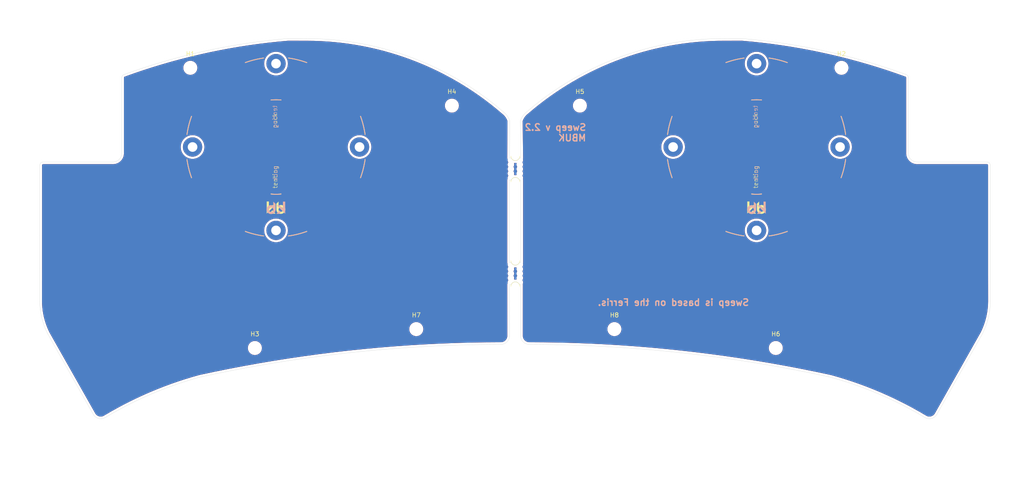
<source format=kicad_pcb>
(kicad_pcb (version 20211014) (generator pcbnew)
  (layers (0 "F.Cu" signal) (31 "B.Cu" signal) (34 "B.Paste" user) (35 "F.Paste" user) (36 "B.SilkS" user "B.Silkscreen") (37 "F.SilkS" user "F.Silkscreen") (38 "B.Mask" user) (39 "F.Mask" user) (44 "Edge.Cuts" user))
  (net 0 "")
  (footprint "Duckyb-Parts:mouse-bite-5mm-slot-with-space-for-track" (layer "F.Cu") (at 130.302 51.308)
    (fp_text reference "mouse-bite-2mm-slot" hide)
    (fp_text value "VAL**" hide)
    (fp_arc (start 1 -2.921) (mid 0 -1.921) (end -1 -2.921) (layer "F.SilkS") (width 0.1))
    (fp_arc (start -1 2.921) (mid 0 1.921) (end 1 2.921) (layer "F.SilkS") (width 0.1))
    (pad "" np_thru_hole circle locked (at -1.016 2.032) (size 0.5 0.5) (drill 0.5) (layers *.Cu *.Mask))
    (pad "" np_thru_hole circle locked (at -1.016 -1.016) (size 0.5 0.5) (drill 0.5) (layers *.Cu *.Mask))
    (pad "" np_thru_hole circle locked (at -1.016 0) (size 0.5 0.5) (drill 0.5) (layers *.Cu *.Mask))
    (pad "" np_thru_hole circle locked (at 1.016 -1.016) (size 0.5 0.5) (drill 0.5) (layers *.Cu *.Mask))
    (pad "" np_thru_hole circle locked (at 1.016 0) (size 0.5 0.5) (drill 0.5) (layers *.Cu *.Mask))
    (pad "" np_thru_hole circle locked (at -1.016 1.016) (size 0.5 0.5) (drill 0.5) (layers *.Cu *.Mask))
    (pad "" np_thru_hole circle locked (at 1.016 1.016) (size 0.5 0.5) (drill 0.5) (layers *.Cu *.Mask))
    (pad "" np_thru_hole circle locked (at 1.016 2.032) (size 0.5 0.5) (drill 0.5) (layers *.Cu *.Mask))
    (pad "" np_thru_hole circle locked (at 1.016 -2.032) (size 0.5 0.5) (drill 0.5) (layers *.Cu *.Mask))
    (pad "" np_thru_hole circle locked (at -1.016 -2.032) (size 0.5 0.5) (drill 0.5) (layers *.Cu *.Mask))
  )
  (footprint "Duckyb-Parts:mouse-bite-5mm-slot-with-space-for-track" (layer "F.Cu") (at 130.302 75.184)
    (fp_text reference "mouse-bite-2mm-slot" hide)
    (fp_text value "VAL**" hide)
    (fp_arc (start -1 2.921) (mid 0 1.921) (end 1 2.921) (layer "F.SilkS") (width 0.1))
    (fp_arc (start 1 -2.921) (mid 0 -1.921) (end -1 -2.921) (layer "F.SilkS") (width 0.1))
    (pad "" np_thru_hole circle locked (at 1.016 2.032) (size 0.5 0.5) (drill 0.5) (layers *.Cu *.Mask))
    (pad "" np_thru_hole circle locked (at 1.016 -1.016) (size 0.5 0.5) (drill 0.5) (layers *.Cu *.Mask))
    (pad "" np_thru_hole circle locked (at -1.016 -1.016) (size 0.5 0.5) (drill 0.5) (layers *.Cu *.Mask))
    (pad "" np_thru_hole circle locked (at -1.016 2.032) (size 0.5 0.5) (drill 0.5) (layers *.Cu *.Mask))
    (pad "" np_thru_hole circle locked (at -1.016 0) (size 0.5 0.5) (drill 0.5) (layers *.Cu *.Mask))
    (pad "" np_thru_hole circle locked (at 1.016 0) (size 0.5 0.5) (drill 0.5) (layers *.Cu *.Mask))
    (pad "" np_thru_hole circle locked (at 1.016 1.016) (size 0.5 0.5) (drill 0.5) (layers *.Cu *.Mask))
    (pad "" np_thru_hole circle locked (at -1.016 -2.032) (size 0.5 0.5) (drill 0.5) (layers *.Cu *.Mask))
    (pad "" np_thru_hole circle locked (at -1.016 1.016) (size 0.5 0.5) (drill 0.5) (layers *.Cu *.Mask))
    (pad "" np_thru_hole circle locked (at 1.016 -2.032) (size 0.5 0.5) (drill 0.5) (layers *.Cu *.Mask))
  )
  (footprint "kbd:Tenting_Puck2" (layer "F.Cu") (at 185.356 46.282)
    (fp_text reference "REF**")
    (fp_text value "Tenting Puck")
    (fp_text user "tenting" (at -0.254 -6.9215 90) (layer "B.SilkS") (effects (font (thickness 0.1)) (justify mirror)))
    (fp_text user "puck" (at -0.1905 6.0325 90 unlocked) (layer "B.SilkS") (effects (font (thickness 0.1)) (justify mirror)))
    (fp_text user "puck" (at -0.254 -6.0325 90) (layer "F.SilkS") (effects (font (thickness 0.1))))
    (fp_text user "tenting" (at -0.1905 6.858 90) (layer "F.SilkS") (effects (font (thickness 0.1))))
    (fp_arc (start 7.008045 19.286135) (mid 4.959785 19.91151) (end 2.8575 20.32) (layer "B.SilkS") (width 0.2))
    (fp_arc (start -1.128385 -10.735864) (mid -0.564967 -10.780206) (end 0 -10.795) (layer "B.SilkS") (width 0.2))
    (fp_arc (start -19.286135 7.008046) (mid -19.91151 4.959785) (end -20.32 2.8575) (layer "B.SilkS") (width 0.2))
    (fp_arc (start 0 -10.795) (mid 0.564967 -10.780206) (end 1.128385 -10.735864) (layer "B.SilkS") (width 0.2))
    (fp_arc (start -7.008046 -19.286135) (mid -4.959785 -19.91151) (end -2.8575 -20.32) (layer "B.SilkS") (width 0.2))
    (fp_arc (start 1.128385 10.735864) (mid 0.564967 10.780206) (end 0 10.795) (layer "B.SilkS") (width 0.2))
    (fp_arc (start 20.32 2.8575) (mid 19.91151 4.959786) (end 19.286134 7.008048) (layer "B.SilkS") (width 0.2))
    (fp_arc (start 0 10.795) (mid -0.564967 10.780206) (end -1.128385 10.735864) (layer "B.SilkS") (width 0.2))
    (fp_arc (start -20.32 -2.8575) (mid -19.91151 -4.959784) (end -19.286136 -7.008044) (layer "B.SilkS") (width 0.2))
    (fp_arc (start -2.8575 20.32) (mid -4.959785 19.91151) (end -7.008045 19.286135) (layer "B.SilkS") (width 0.2))
    (fp_arc (start 19.286134 -7.008048) (mid 19.91151 -4.959786) (end 20.32 -2.8575) (layer "B.SilkS") (width 0.2))
    (fp_arc (start 2.8575 -20.32) (mid 4.959787 -19.91151) (end 7.008049 -19.286134) (layer "B.SilkS") (width 0.2))
    (fp_poly (pts (xy -0.620536 12.983827) (xy -0.620728 13.088067) (xy -0.621217 13.184812) (xy -0.621967 13.271698) (xy -0.622943 13.34636) (xy -0.624112 13.406435) (xy -0.625439 13.449558) (xy -0.626888 13.473365) (xy -0.627796 13.477395) (xy -0.640227 13.471081) (xy -0.665073 13.454738) (xy -0.689207 13.437536) (xy -0.803904 13.366814) (xy -0.92612 13.31771) (xy -1.056503 13.290034) (xy -1.195704 13.283596) (xy -1.213516 13.284264) (xy -1.303151 13.290816) (xy -1.379634 13.302753) (xy -1.451286 13.322245) (xy -1.526424 13.351462) (xy -1.596275 13.384101) (xy -1.724208 13.459394) (xy -1.837128 13.551374) (xy -1.934022 13.658363) (xy -2.01388 13.778688) (xy -2.07569 13.910673) (xy -2.118442 14.052642) (xy -2.141123 14.202921) (xy -2.144684 14.292591) (xy -2.134393 14.445069) (xy -2.103037 14.589633) (xy -2.049892 14.728869) (xy -1.992637 14.835788) (xy -1.906925 14.956081) (xy -1.805312 15.06093) (xy -1.689979 15.149252) (xy -1.563104 15.219966) (xy -1.426868 15.271989) (xy -1.283449 15.304242) (xy -1.135028 15.315641) (xy -1.034782 15.311158) (xy -0.890174 15.286277) (xy -0.749606 15.240002) (xy -0.616433 15.174023) (xy -0.494013 15.090026) (xy -0.385701 14.9897) (xy -0.377307 14.980534) (xy -0.296176 14.876414) (xy -0.226484 14.758232) (xy -0.171318 14.632369) (xy -0.133765 14.505209) (xy -0.124896 14.458759) (xy -0.122283 14.430364) (xy -0.119938 14.380292) (xy -0.118469 14.329958) (xy -0.614807 14.329958) (xy -0.625379 14.427507) (xy -0.655811 14.521526) (xy -0.684465 14.575671) (xy -0.751399 14.663954) (xy -0.83088 14.734831) (xy -0.920312 14.787324) (xy -1.017098 14.820456) (xy -1.118639 14.83325) (xy -1.22234 14.824729) (xy -1.295167 14.805441) (xy -1.338164 14.789355) (xy -1.379069 14.771995) (xy -1.395236 14.764219) (xy -1.440522 14.733215) (xy -1.489845 14.687021) (xy -1.537902 14.631565) (xy -1.579387 14.572771) (xy -1.600875 14.534444) (xy -1.621056 14.490198) (xy -1.633701 14.45159) (xy -1.641058 14.409298) (xy -1.645376 14.353995) (xy -1.645658 14.348705) (xy -1.64229 14.24146) (xy -1.619434 14.143568) (xy -1.575782 14.050145) (xy -1.558012 14.021616) (xy -1.49347 13.943712) (xy -1.414653 13.881542) (xy -1.325017 13.836046) (xy -1.228018 13.808168) (xy -1.127114 13.798848) (xy -1.025762 13.80903) (xy -0.927416 13.839655) (xy -0.913413 13.845941) (xy -0.825461 13.89889) (xy -0.751471 13.967104) (xy -0.692428 14.04745) (xy -0.649315 14.136797) (xy -0.623113 14.23201) (xy -0.614807 14.329958) (xy -0.118469 14.329958) (xy -0.117885 14.309955) (xy -0.116146 14.220766) (xy -0.114743 14.114137) (xy -0.113699 13.991481) (xy -0.113035 13.854209) (xy -0.112774 13.703735) (xy -0.112771 13.691999) (xy -0.112684 13.000285) (xy -0.620388 12.490259) (xy -0.620536 12.983827)) (layer "B.SilkS") (width 0.01) (fill solid))
    (fp_poly (pts (xy 1.584498 14.118044) (xy 0.781552 13.315344) (xy 0.493184 13.318438) (xy 0.204816 13.321531) (xy 1.05204 14.181668) (xy 1.169965 14.301391) (xy 1.284764 14.41794) (xy 1.395218 14.53008) (xy 1.50011 14.636573) (xy 1.598222 14.736184) (xy 1.688337 14.827677) (xy 1.769236 14.909814) (xy 1.839703 14.981359) (xy 1.898519 15.041077) (xy 1.944466 15.087731) (xy 1.976327 15.120084) (xy 1.990108 15.13408) (xy 2.080952 15.226356) (xy 2.080952 12.484486) (xy 1.584498 12.484486) (xy 1.584498 14.118044)) (layer "B.SilkS") (width 0.01) (fill solid))
    (fp_poly (pts (xy 0.777718 14.524575) (xy 0.755015 14.547438) (xy 0.720536 14.582969) (xy 0.676267 14.629061) (xy 0.6242 14.683607) (xy 0.566321 14.744501) (xy 0.504622 14.809636) (xy 0.441089 14.876906) (xy 0.377714 14.944204) (xy 0.316484 15.009423) (xy 0.259388 15.070458) (xy 0.208416 15.125201) (xy 0.165556 15.171546) (xy 0.132798 15.207386) (xy 0.11213 15.230615) (xy 0.109837 15.233306) (xy 0.081536 15.266941) (xy 0.70155 15.266941) (xy 0.8749 15.090872) (xy 0.928642 15.036129) (xy 0.978925 14.984616) (xy 1.022741 14.939436) (xy 1.057087 14.90369) (xy 1.078955 14.880481) (xy 1.082132 14.876989) (xy 1.116014 14.839174) (xy 0.954979 14.67783) (xy 0.905266 14.628375) (xy 0.861042 14.58505) (xy 0.824895 14.550337) (xy 0.799413 14.526717) (xy 0.787184 14.516669) (xy 0.786653 14.516486) (xy 0.777718 14.524575)) (layer "B.SilkS") (width 0.01) (fill solid))
    (fp_arc (start 0 10.795) (mid -0.564967 10.780206) (end -1.128385 10.735864) (layer "F.SilkS") (width 0.2))
    (fp_arc (start -20.32 -2.8575) (mid -19.91151 -4.959786) (end -19.286134 -7.008048) (layer "F.SilkS") (width 0.2))
    (fp_arc (start -1.128385 -10.735864) (mid -0.564967 -10.780206) (end 0 -10.795) (layer "F.SilkS") (width 0.2))
    (fp_arc (start 20.32 2.8575) (mid 19.91151 4.959785) (end 19.286135 7.008046) (layer "F.SilkS") (width 0.2))
    (fp_arc (start -19.286134 7.008047) (mid -19.91151 4.959786) (end -20.32 2.8575) (layer "F.SilkS") (width 0.2))
    (fp_arc (start 7.008047 19.286134) (mid 4.959786 19.91151) (end 2.8575 20.32) (layer "F.SilkS") (width 0.2))
    (fp_arc (start 2.8575 -20.32) (mid 4.959786 -19.91151) (end 7.008047 -19.286134) (layer "F.SilkS") (width 0.2))
    (fp_arc (start -7.008048 -19.286134) (mid -4.959786 -19.91151) (end -2.8575 -20.32) (layer "F.SilkS") (width 0.2))
    (fp_arc (start 1.128385 10.735864) (mid 0.564967 10.780206) (end 0 10.795) (layer "F.SilkS") (width 0.2))
    (fp_arc (start 19.286135 -7.008045) (mid 19.91151 -4.959785) (end 20.32 -2.8575) (layer "F.SilkS") (width 0.2))
    (fp_arc (start 0 -10.795) (mid 0.564967 -10.780206) (end 1.128385 -10.735864) (layer "F.SilkS") (width 0.2))
    (fp_arc (start -2.8575 20.32) (mid -4.959785 19.91151) (end -7.008046 19.286135) (layer "F.SilkS") (width 0.2))
    (fp_poly (pts (xy 0.578279 12.94765) (xy 0.578471 13.05189) (xy 0.57896 13.148635) (xy 0.57971 13.235521) (xy 0.580686 13.310183) (xy 0.581855 13.370258) (xy 0.583182 13.413381) (xy 0.584631 13.437188) (xy 0.585539 13.441218) (xy 0.59797 13.434904) (xy 0.622816 13.418561) (xy 0.64695 13.401359) (xy 0.761647 13.330637) (xy 0.883863 13.281533) (xy 1.014246 13.253857) (xy 1.153447 13.247419) (xy 1.171259 13.248087) (xy 1.260894 13.254639) (xy 1.337377 13.266576) (xy 1.409029 13.286068) (xy 1.484167 13.315285) (xy 1.554018 13.347924) (xy 1.681951 13.423217) (xy 1.794871 13.515197) (xy 1.891765 13.622186) (xy 1.971623 13.742511) (xy 2.033433 13.874496) (xy 2.076185 14.016465) (xy 2.098866 14.166744) (xy 2.102427 14.256414) (xy 2.092136 14.408892) (xy 2.06078 14.553456) (xy 2.007635 14.692692) (xy 1.95038 14.799611) (xy 1.864668 14.919904) (xy 1.763055 15.024753) (xy 1.647722 15.113075) (xy 1.520847 15.183789) (xy 1.384611 15.235812) (xy 1.241192 15.268065) (xy 1.092771 15.279464) (xy 0.992525 15.274981) (xy 0.847917 15.2501) (xy 0.707349 15.203825) (xy 0.574176 15.137846) (xy 0.451756 15.053849) (xy 0.343444 14.953523) (xy 0.33505 14.944357) (xy 0.253919 14.840237) (xy 0.184227 14.722055) (xy 0.129061 14.596192) (xy 0.091508 14.469032) (xy 0.082639 14.422582) (xy 0.080026 14.394187) (xy 0.077681 14.344115) (xy 0.076212 14.293781) (xy 0.57255 14.293781) (xy 0.583122 14.39133) (xy 0.613554 14.485349) (xy 0.642208 14.539494) (xy 0.709142 14.627777) (xy 0.788623 14.698654) (xy 0.878055 14.751147) (xy 0.974841 14.784279) (xy 1.076382 14.797073) (xy 1.180083 14.788552) (xy 1.25291 14.769264) (xy 1.295907 14.753178) (xy 1.336812 14.735818) (xy 1.352979 14.728042) (xy 1.398265 14.697038) (xy 1.447588 14.650844) (xy 1.495645 14.595388) (xy 1.53713 14.536594) (xy 1.558618 14.498267) (xy 1.578799 14.454021) (xy 1.591444 14.415413) (xy 1.598801 14.373121) (xy 1.603119 14.317818) (xy 1.603401 14.312528) (xy 1.600033 14.205283) (xy 1.577177 14.107391) (xy 1.533525 14.013968) (xy 1.515755 13.985439) (xy 1.451213 13.907535) (xy 1.372396 13.845365) (xy 1.28276 13.799869) (xy 1.185761 13.771991) (xy 1.084857 13.762671) (xy 0.983505 13.772853) (xy 0.885159 13.803478) (xy 0.871156 13.809764) (xy 0.783204 13.862713) (xy 0.709214 13.930927) (xy 0.650171 14.011273) (xy 0.607058 14.10062) (xy 0.580856 14.195833) (xy 0.57255 14.293781) (xy 0.076212 14.293781) (xy 0.075628 14.273778) (xy 0.073889 14.184589) (xy 0.072486 14.07796) (xy 0.071442 13.955304) (xy 0.070778 13.818032) (xy 0.070517 13.667558) (xy 0.070514 13.655822) (xy 0.070427 12.964108) (xy 0.578131 12.454082) (xy 0.578279 12.94765)) (layer "F.SilkS") (width 0.01) (fill solid))
    (fp_poly (pts (xy -0.819975 14.488398) (xy -0.797272 14.511261) (xy -0.762793 14.546792) (xy -0.718524 14.592884) (xy -0.666457 14.64743) (xy -0.608578 14.708324) (xy -0.546879 14.773459) (xy -0.483346 14.840729) (xy -0.419971 14.908027) (xy -0.358741 14.973246) (xy -0.301645 15.034281) (xy -0.250673 15.089024) (xy -0.207813 15.135369) (xy -0.175055 15.171209) (xy -0.154387 15.194438) (xy -0.152094 15.197129) (xy -0.123793 15.230764) (xy -0.743807 15.230764) (xy -0.917157 15.054695) (xy -0.970899 14.999952) (xy -1.021182 14.948439) (xy -1.064998 14.903259) (xy -1.099344 14.867513) (xy -1.121212 14.844304) (xy -1.124389 14.840812) (xy -1.158271 14.802997) (xy -0.997236 14.641653) (xy -0.947523 14.592198) (xy -0.903299 14.548873) (xy -0.867152 14.51416) (xy -0.84167 14.49054) (xy -0.829441 14.480492) (xy -0.82891 14.480309) (xy -0.819975 14.488398)) (layer "F.SilkS") (width 0.01) (fill solid))
    (fp_poly (pts (xy -1.626755 14.081867) (xy -0.823809 13.279167) (xy -0.535441 13.282261) (xy -0.247073 13.285354) (xy -1.094297 14.145491) (xy -1.212222 14.265214) (xy -1.327021 14.381763) (xy -1.437475 14.493903) (xy -1.542367 14.600396) (xy -1.640479 14.700007) (xy -1.730594 14.7915) (xy -1.811493 14.873637) (xy -1.88196 14.945182) (xy -1.940776 15.0049) (xy -1.986723 15.051554) (xy -2.018584 15.083907) (xy -2.032365 15.097903) (xy -2.123209 15.190179) (xy -2.123209 12.448309) (xy -1.626755 12.448309) (xy -1.626755 14.081867)) (layer "F.SilkS") (width 0.01) (fill solid))
    (pad "1" thru_hole circle locked (at 19.05 0) (size 4.4 4.4) (drill 2.2) (layers *.Cu *.Mask))
    (pad "1" thru_hole circle locked (at -19.05 0) (size 4.4 4.4) (drill 2.2) (layers *.Cu *.Mask))
    (pad "1" thru_hole circle locked (at 0 -19.05) (size 4.4 4.4) (drill 2.2) (layers *.Cu *.Mask))
    (pad "1" thru_hole circle locked (at 0 19.05) (size 4.4 4.4) (drill 2.2) (layers *.Cu *.Mask))
  )
  (footprint "kbd:Tenting_Puck2" (layer "F.Cu") (at 75.692 46.282)
    (fp_text reference "REF**")
    (fp_text value "Tenting Puck")
    (fp_text user "puck" (at -0.1905 6.0325 90 unlocked) (layer "B.SilkS") (effects (font (thickness 0.1)) (justify mirror)))
    (fp_text user "tenting" (at -0.254 -6.9215 90) (layer "B.SilkS") (effects (font (thickness 0.1)) (justify mirror)))
    (fp_text user "puck" (at -0.254 -6.0325 90) (layer "F.SilkS") (effects (font (thickness 0.1))))
    (fp_text user "tenting" (at -0.1905 6.858 90) (layer "F.SilkS") (effects (font (thickness 0.1))))
    (fp_arc (start 0 -10.795) (mid 0.564967 -10.780206) (end 1.128385 -10.735864) (layer "B.SilkS") (width 0.2))
    (fp_arc (start -19.286135 7.008046) (mid -19.91151 4.959785) (end -20.32 2.8575) (layer "B.SilkS") (width 0.2))
    (fp_arc (start -1.128385 -10.735864) (mid -0.564967 -10.780206) (end 0 -10.795) (layer "B.SilkS") (width 0.2))
    (fp_arc (start 2.8575 -20.32) (mid 4.959787 -19.91151) (end 7.008049 -19.286134) (layer "B.SilkS") (width 0.2))
    (fp_arc (start -7.008046 -19.286135) (mid -4.959785 -19.91151) (end -2.8575 -20.32) (layer "B.SilkS") (width 0.2))
    (fp_arc (start 19.286134 -7.008048) (mid 19.91151 -4.959786) (end 20.32 -2.8575) (layer "B.SilkS") (width 0.2))
    (fp_arc (start 7.008045 19.286135) (mid 4.959785 19.91151) (end 2.8575 20.32) (layer "B.SilkS") (width 0.2))
    (fp_arc (start -20.32 -2.8575) (mid -19.91151 -4.959784) (end -19.286136 -7.008044) (layer "B.SilkS") (width 0.2))
    (fp_arc (start 0 10.795) (mid -0.564967 10.780206) (end -1.128385 10.735864) (layer "B.SilkS") (width 0.2))
    (fp_arc (start -2.8575 20.32) (mid -4.959785 19.91151) (end -7.008045 19.286135) (layer "B.SilkS") (width 0.2))
    (fp_arc (start 1.128385 10.735864) (mid 0.564967 10.780206) (end 0 10.795) (layer "B.SilkS") (width 0.2))
    (fp_arc (start 20.32 2.8575) (mid 19.91151 4.959786) (end 19.286134 7.008048) (layer "B.SilkS") (width 0.2))
    (fp_poly (pts (xy 1.584498 14.118044) (xy 0.781552 13.315344) (xy 0.493184 13.318438) (xy 0.204816 13.321531) (xy 1.05204 14.181668) (xy 1.169965 14.301391) (xy 1.284764 14.41794) (xy 1.395218 14.53008) (xy 1.50011 14.636573) (xy 1.598222 14.736184) (xy 1.688337 14.827677) (xy 1.769236 14.909814) (xy 1.839703 14.981359) (xy 1.898519 15.041077) (xy 1.944466 15.087731) (xy 1.976327 15.120084) (xy 1.990108 15.13408) (xy 2.080952 15.226356) (xy 2.080952 12.484486) (xy 1.584498 12.484486) (xy 1.584498 14.118044)) (layer "B.SilkS") (width 0.01) (fill solid))
    (fp_poly (pts (xy 0.777718 14.524575) (xy 0.755015 14.547438) (xy 0.720536 14.582969) (xy 0.676267 14.629061) (xy 0.6242 14.683607) (xy 0.566321 14.744501) (xy 0.504622 14.809636) (xy 0.441089 14.876906) (xy 0.377714 14.944204) (xy 0.316484 15.009423) (xy 0.259388 15.070458) (xy 0.208416 15.125201) (xy 0.165556 15.171546) (xy 0.132798 15.207386) (xy 0.11213 15.230615) (xy 0.109837 15.233306) (xy 0.081536 15.266941) (xy 0.70155 15.266941) (xy 0.8749 15.090872) (xy 0.928642 15.036129) (xy 0.978925 14.984616) (xy 1.022741 14.939436) (xy 1.057087 14.90369) (xy 1.078955 14.880481) (xy 1.082132 14.876989) (xy 1.116014 14.839174) (xy 0.954979 14.67783) (xy 0.905266 14.628375) (xy 0.861042 14.58505) (xy 0.824895 14.550337) (xy 0.799413 14.526717) (xy 0.787184 14.516669) (xy 0.786653 14.516486) (xy 0.777718 14.524575)) (layer "B.SilkS") (width 0.01) (fill solid))
    (fp_poly (pts (xy -0.620536 12.983827) (xy -0.620728 13.088067) (xy -0.621217 13.184812) (xy -0.621967 13.271698) (xy -0.622943 13.34636) (xy -0.624112 13.406435) (xy -0.625439 13.449558) (xy -0.626888 13.473365) (xy -0.627796 13.477395) (xy -0.640227 13.471081) (xy -0.665073 13.454738) (xy -0.689207 13.437536) (xy -0.803904 13.366814) (xy -0.92612 13.31771) (xy -1.056503 13.290034) (xy -1.195704 13.283596) (xy -1.213516 13.284264) (xy -1.303151 13.290816) (xy -1.379634 13.302753) (xy -1.451286 13.322245) (xy -1.526424 13.351462) (xy -1.596275 13.384101) (xy -1.724208 13.459394) (xy -1.837128 13.551374) (xy -1.934022 13.658363) (xy -2.01388 13.778688) (xy -2.07569 13.910673) (xy -2.118442 14.052642) (xy -2.141123 14.202921) (xy -2.144684 14.292591) (xy -2.134393 14.445069) (xy -2.103037 14.589633) (xy -2.049892 14.728869) (xy -1.992637 14.835788) (xy -1.906925 14.956081) (xy -1.805312 15.06093) (xy -1.689979 15.149252) (xy -1.563104 15.219966) (xy -1.426868 15.271989) (xy -1.283449 15.304242) (xy -1.135028 15.315641) (xy -1.034782 15.311158) (xy -0.890174 15.286277) (xy -0.749606 15.240002) (xy -0.616433 15.174023) (xy -0.494013 15.090026) (xy -0.385701 14.9897) (xy -0.377307 14.980534) (xy -0.296176 14.876414) (xy -0.226484 14.758232) (xy -0.171318 14.632369) (xy -0.133765 14.505209) (xy -0.124896 14.458759) (xy -0.122283 14.430364) (xy -0.119938 14.380292) (xy -0.118469 14.329958) (xy -0.614807 14.329958) (xy -0.625379 14.427507) (xy -0.655811 14.521526) (xy -0.684465 14.575671) (xy -0.751399 14.663954) (xy -0.83088 14.734831) (xy -0.920312 14.787324) (xy -1.017098 14.820456) (xy -1.118639 14.83325) (xy -1.22234 14.824729) (xy -1.295167 14.805441) (xy -1.338164 14.789355) (xy -1.379069 14.771995) (xy -1.395236 14.764219) (xy -1.440522 14.733215) (xy -1.489845 14.687021) (xy -1.537902 14.631565) (xy -1.579387 14.572771) (xy -1.600875 14.534444) (xy -1.621056 14.490198) (xy -1.633701 14.45159) (xy -1.641058 14.409298) (xy -1.645376 14.353995) (xy -1.645658 14.348705) (xy -1.64229 14.24146) (xy -1.619434 14.143568) (xy -1.575782 14.050145) (xy -1.558012 14.021616) (xy -1.49347 13.943712) (xy -1.414653 13.881542) (xy -1.325017 13.836046) (xy -1.228018 13.808168) (xy -1.127114 13.798848) (xy -1.025762 13.80903) (xy -0.927416 13.839655) (xy -0.913413 13.845941) (xy -0.825461 13.89889) (xy -0.751471 13.967104) (xy -0.692428 14.04745) (xy -0.649315 14.136797) (xy -0.623113 14.23201) (xy -0.614807 14.329958) (xy -0.118469 14.329958) (xy -0.117885 14.309955) (xy -0.116146 14.220766) (xy -0.114743 14.114137) (xy -0.113699 13.991481) (xy -0.113035 13.854209) (xy -0.112774 13.703735) (xy -0.112771 13.691999) (xy -0.112684 13.000285) (xy -0.620388 12.490259) (xy -0.620536 12.983827)) (layer "B.SilkS") (width 0.01) (fill solid))
    (fp_arc (start 19.286135 -7.008045) (mid 19.91151 -4.959785) (end 20.32 -2.8575) (layer "F.SilkS") (width 0.2))
    (fp_arc (start -2.8575 20.32) (mid -4.959785 19.91151) (end -7.008046 19.286135) (layer "F.SilkS") (width 0.2))
    (fp_arc (start -7.008048 -19.286134) (mid -4.959786 -19.91151) (end -2.8575 -20.32) (layer "F.SilkS") (width 0.2))
    (fp_arc (start -19.286134 7.008047) (mid -19.91151 4.959786) (end -20.32 2.8575) (layer "F.SilkS") (width 0.2))
    (fp_arc (start -1.128385 -10.735864) (mid -0.564967 -10.780206) (end 0 -10.795) (layer "F.SilkS") (width 0.2))
    (fp_arc (start 20.32 2.8575) (mid 19.91151 4.959785) (end 19.286135 7.008046) (layer "F.SilkS") (width 0.2))
    (fp_arc (start 1.128385 10.735864) (mid 0.564967 10.780206) (end 0 10.795) (layer "F.SilkS") (width 0.2))
    (fp_arc (start 7.008047 19.286134) (mid 4.959786 19.91151) (end 2.8575 20.32) (layer "F.SilkS") (width 0.2))
    (fp_arc (start 0 -10.795) (mid 0.564967 -10.780206) (end 1.128385 -10.735864) (layer "F.SilkS") (width 0.2))
    (fp_arc (start 2.8575 -20.32) (mid 4.959786 -19.91151) (end 7.008047 -19.286134) (layer "F.SilkS") (width 0.2))
    (fp_arc (start -20.32 -2.8575) (mid -19.91151 -4.959786) (end -19.286134 -7.008048) (layer "F.SilkS") (width 0.2))
    (fp_arc (start 0 10.795) (mid -0.564967 10.780206) (end -1.128385 10.735864) (layer "F.SilkS") (width 0.2))
    (fp_poly (pts (xy -1.626755 14.081867) (xy -0.823809 13.279167) (xy -0.535441 13.282261) (xy -0.247073 13.285354) (xy -1.094297 14.145491) (xy -1.212222 14.265214) (xy -1.327021 14.381763) (xy -1.437475 14.493903) (xy -1.542367 14.600396) (xy -1.640479 14.700007) (xy -1.730594 14.7915) (xy -1.811493 14.873637) (xy -1.88196 14.945182) (xy -1.940776 15.0049) (xy -1.986723 15.051554) (xy -2.018584 15.083907) (xy -2.032365 15.097903) (xy -2.123209 15.190179) (xy -2.123209 12.448309) (xy -1.626755 12.448309) (xy -1.626755 14.081867)) (layer "F.SilkS") (width 0.01) (fill solid))
    (fp_poly (pts (xy -0.819975 14.488398) (xy -0.797272 14.511261) (xy -0.762793 14.546792) (xy -0.718524 14.592884) (xy -0.666457 14.64743) (xy -0.608578 14.708324) (xy -0.546879 14.773459) (xy -0.483346 14.840729) (xy -0.419971 14.908027) (xy -0.358741 14.973246) (xy -0.301645 15.034281) (xy -0.250673 15.089024) (xy -0.207813 15.135369) (xy -0.175055 15.171209) (xy -0.154387 15.194438) (xy -0.152094 15.197129) (xy -0.123793 15.230764) (xy -0.743807 15.230764) (xy -0.917157 15.054695) (xy -0.970899 14.999952) (xy -1.021182 14.948439) (xy -1.064998 14.903259) (xy -1.099344 14.867513) (xy -1.121212 14.844304) (xy -1.124389 14.840812) (xy -1.158271 14.802997) (xy -0.997236 14.641653) (xy -0.947523 14.592198) (xy -0.903299 14.548873) (xy -0.867152 14.51416) (xy -0.84167 14.49054) (xy -0.829441 14.480492) (xy -0.82891 14.480309) (xy -0.819975 14.488398)) (layer "F.SilkS") (width 0.01) (fill solid))
    (fp_poly (pts (xy 0.578279 12.94765) (xy 0.578471 13.05189) (xy 0.57896 13.148635) (xy 0.57971 13.235521) (xy 0.580686 13.310183) (xy 0.581855 13.370258) (xy 0.583182 13.413381) (xy 0.584631 13.437188) (xy 0.585539 13.441218) (xy 0.59797 13.434904) (xy 0.622816 13.418561) (xy 0.64695 13.401359) (xy 0.761647 13.330637) (xy 0.883863 13.281533) (xy 1.014246 13.253857) (xy 1.153447 13.247419) (xy 1.171259 13.248087) (xy 1.260894 13.254639) (xy 1.337377 13.266576) (xy 1.409029 13.286068) (xy 1.484167 13.315285) (xy 1.554018 13.347924) (xy 1.681951 13.423217) (xy 1.794871 13.515197) (xy 1.891765 13.622186) (xy 1.971623 13.742511) (xy 2.033433 13.874496) (xy 2.076185 14.016465) (xy 2.098866 14.166744) (xy 2.102427 14.256414) (xy 2.092136 14.408892) (xy 2.06078 14.553456) (xy 2.007635 14.692692) (xy 1.95038 14.799611) (xy 1.864668 14.919904) (xy 1.763055 15.024753) (xy 1.647722 15.113075) (xy 1.520847 15.183789) (xy 1.384611 15.235812) (xy 1.241192 15.268065) (xy 1.092771 15.279464) (xy 0.992525 15.274981) (xy 0.847917 15.2501) (xy 0.707349 15.203825) (xy 0.574176 15.137846) (xy 0.451756 15.053849) (xy 0.343444 14.953523) (xy 0.33505 14.944357) (xy 0.253919 14.840237) (xy 0.184227 14.722055) (xy 0.129061 14.596192) (xy 0.091508 14.469032) (xy 0.082639 14.422582) (xy 0.080026 14.394187) (xy 0.077681 14.344115) (xy 0.076212 14.293781) (xy 0.57255 14.293781) (xy 0.583122 14.39133) (xy 0.613554 14.485349) (xy 0.642208 14.539494) (xy 0.709142 14.627777) (xy 0.788623 14.698654) (xy 0.878055 14.751147) (xy 0.974841 14.784279) (xy 1.076382 14.797073) (xy 1.180083 14.788552) (xy 1.25291 14.769264) (xy 1.295907 14.753178) (xy 1.336812 14.735818) (xy 1.352979 14.728042) (xy 1.398265 14.697038) (xy 1.447588 14.650844) (xy 1.495645 14.595388) (xy 1.53713 14.536594) (xy 1.558618 14.498267) (xy 1.578799 14.454021) (xy 1.591444 14.415413) (xy 1.598801 14.373121) (xy 1.603119 14.317818) (xy 1.603401 14.312528) (xy 1.600033 14.205283) (xy 1.577177 14.107391) (xy 1.533525 14.013968) (xy 1.515755 13.985439) (xy 1.451213 13.907535) (xy 1.372396 13.845365) (xy 1.28276 13.799869) (xy 1.185761 13.771991) (xy 1.084857 13.762671) (xy 0.983505 13.772853) (xy 0.885159 13.803478) (xy 0.871156 13.809764) (xy 0.783204 13.862713) (xy 0.709214 13.930927) (xy 0.650171 14.011273) (xy 0.607058 14.10062) (xy 0.580856 14.195833) (xy 0.57255 14.293781) (xy 0.076212 14.293781) (xy 0.075628 14.273778) (xy 0.073889 14.184589) (xy 0.072486 14.07796) (xy 0.071442 13.955304) (xy 0.070778 13.818032) (xy 0.070517 13.667558) (xy 0.070514 13.655822) (xy 0.070427 12.964108) (xy 0.578131 12.454082) (xy 0.578279 12.94765)) (layer "F.SilkS") (width 0.01) (fill solid))
    (pad "1" thru_hole circle locked (at 19.05 0) (size 4.4 4.4) (drill 2.2) (layers *.Cu *.Mask))
    (pad "1" thru_hole circle locked (at -19.05 0) (size 4.4 4.4) (drill 2.2) (layers *.Cu *.Mask))
    (pad "1" thru_hole circle locked (at 0 19.05) (size 4.4 4.4) (drill 2.2) (layers *.Cu *.Mask))
    (pad "1" thru_hole circle locked (at 0 -19.05) (size 4.4 4.4) (drill 2.2) (layers *.Cu *.Mask))
  )
  (footprint "MountingHole:MountingHole_2.2mm_M2" (layer "F.Cu") (at 107.696 87.884)
    (fp_text reference "H7" (at 0 -3.2) (layer "F.SilkS"))
    (fp_text value "MountingHole")
    (pad "" np_thru_hole circle (at 0 0) (size 2.2 2.2) (drill 2.2) (layers *.Cu *.Mask))
  )
  (footprint "MountingHole:MountingHole_2.2mm_M2" (layer "F.Cu") (at 152.908 87.884)
    (fp_text reference "H8" (at 0 -3.2) (layer "F.SilkS"))
    (fp_text value "MountingHole")
    (pad "" np_thru_hole circle (at 0 0) (size 2.2 2.2) (drill 2.2) (layers *.Cu *.Mask))
  )
  (footprint "MountingHole:MountingHole_2.2mm_M2" (layer "F.Cu") (at 145.034 36.83)
    (fp_text reference "H5" (at 0 -3.2) (layer "F.SilkS"))
    (fp_text value "MountingHole")
    (pad "" np_thru_hole circle (at 0 0) (size 2.2 2.2) (drill 2.2) (layers *.Cu *.Mask))
  )
  (footprint "MountingHole:MountingHole_2.2mm_M2" (layer "F.Cu") (at 70.866 92.202)
    (fp_text reference "H3" (at 0 -3.2) (layer "F.SilkS"))
    (fp_text value "MountingHole")
    (pad "" np_thru_hole circle (at 0 0) (size 2.2 2.2) (drill 2.2) (layers *.Cu *.Mask))
  )
  (footprint "MountingHole:MountingHole_2.2mm_M2" (layer "F.Cu") (at 56.134 28.194)
    (fp_text reference "H1" (at 0 -3.2) (layer "F.SilkS"))
    (fp_text value "MountingHole")
    (pad "" np_thru_hole circle (at 0 0) (size 2.2 2.2) (drill 2.2) (layers *.Cu *.Mask))
  )
  (footprint "MountingHole:MountingHole_2.2mm_M2" (layer "F.Cu") (at 189.738 92.202)
    (fp_text reference "H6" (at 0 -3.2) (layer "F.SilkS"))
    (fp_text value "MountingHole")
    (pad "" np_thru_hole circle (at 0 0) (size 2.2 2.2) (drill 2.2) (layers *.Cu *.Mask))
  )
  (footprint "MountingHole:MountingHole_2.2mm_M2" (layer "F.Cu") (at 115.824 36.83)
    (fp_text reference "H4" (at 0 -3.2) (layer "F.SilkS"))
    (fp_text value "MountingHole")
    (pad "" np_thru_hole circle (at 0 0) (size 2.2 2.2) (drill 2.2) (layers *.Cu *.Mask))
  )
  (footprint "MountingHole:MountingHole_2.2mm_M2" (layer "F.Cu") (at 204.724 28.194)
    (fp_text reference "H2" (at 0 -3.2) (layer "F.SilkS"))
    (fp_text value "MountingHole")
    (pad "" np_thru_hole circle (at 0 0) (size 2.2 2.2) (drill 2.2) (layers *.Cu *.Mask))
  )
  (gr_line (start 131.5085 77.724) (end 131.506254 89.547024) (layer "Edge.Cuts") (width 0.05))
  (gr_line (start 219.998001 47.763999) (end 219.998045 30.439419) (layer "Edge.Cuts") (width 0.05))
  (gr_arc (start 226.446 107.451265) (mid 225.204995 108.32098) (end 223.714 108.05) (layer "Edge.Cuts") (width 0.05))
  (gr_arc (start 222.033002 49.694917) (mid 220.620534 49.145716) (end 219.998001 47.763999) (layer "Edge.Cuts") (width 0.05))
  (gr_arc (start 182.067777 21.502679) (mid 201.091879 24.375764) (end 219.56329 29.758889) (layer "Edge.Cuts") (width 0.05))
  (gr_arc (start 132.893 38.265) (mid 153.988491 25.788882) (end 178.120389 21.508139) (layer "Edge.Cuts") (width 0.05))
  (gr_arc (start 237.938 49.692) (mid 238.46833 49.91167) (end 238.688 50.442) (layer "Edge.Cuts") (width 0.05))
  (gr_arc (start 131.466055 40.278702) (mid 132.022929 39.160882) (end 132.893 38.265) (layer "Edge.Cuts") (width 0.05))
  (gr_arc (start 133.544 91.383119) (mid 132.156573 90.874102) (end 131.506254 89.547024) (layer "Edge.Cuts") (width 0.05))
  (gr_arc (start 219.56329 29.758889) (mid 219.880079 30.035645) (end 219.998045 30.439419) (layer "Edge.Cuts") (width 0.05))
  (gr_arc (start 202.185134 98.863946) (mid 213.262488 102.723597) (end 223.714 108.05) (layer "Edge.Cuts") (width 0.05))
  (gr_line (start 222.033002 49.694917) (end 237.938 49.692) (layer "Edge.Cuts") (width 0.05))
  (gr_arc (start 133.544 91.383119) (mid 168.064442 93.289554) (end 202.185134 98.863946) (layer "Edge.Cuts") (width 0.05))
  (gr_line (start 238.688 58.42) (end 238.688 66.548) (layer "Edge.Cuts") (width 0.05))
  (gr_line (start 236.953304 88.85815) (end 226.446 107.451265) (layer "Edge.Cuts") (width 0.05))
  (gr_arc (start 238.7 81.534) (mid 238.242913 85.295347) (end 236.953304 88.85815) (layer "Edge.Cuts") (width 0.05))
  (gr_line (start 182.067777 21.502679) (end 178.120389 21.508139) (layer "Edge.Cuts") (width 0.05))
  (gr_line (start 238.688 50.442) (end 238.688 58.42) (layer "Edge.Cuts") (width 0.05))
  (gr_line (start 131.466055 40.278702) (end 131.572 48.768) (layer "Edge.Cuts") (width 0.05))
  (gr_line (start 129.3495 48.768) (end 128.96 48.768) (layer "Edge.Cuts") (width 0.05))
  (gr_line (start 238.688 66.548) (end 238.688 75.438) (layer "Edge.Cuts") (width 0.05))
  (gr_line (start 238.688 75.438) (end 238.7 81.534) (layer "Edge.Cuts") (width 0.05))
  (gr_line (start 129.3495 72.644) (end 128.96 72.644) (layer "Edge.Cuts") (width 0.05))
  (gr_line (start 129.3495 53.848) (end 128.96 53.848) (layer "Edge.Cuts") (width 0.05))
  (gr_line (start 129.3495 77.724) (end 128.96 77.724) (layer "Edge.Cuts") (width 0.05))
  (gr_line (start 131.572 53.848) (end 131.572 72.644) (layer "Edge.Cuts") (width 0.05))
  (gr_line (start 78.412223 21.502679) (end 82.613611 21.508139) (layer "Edge.Cuts") (width 0.05))
  (gr_line (start 21.792 50.442) (end 21.792 58.42) (layer "Edge.Cuts") (width 0.05))
  (gr_line (start 128.96 77.724) (end 128.975507 89.545022) (layer "Edge.Cuts") (width 0.05))
  (gr_arc (start 127.587 38.265) (mid 128.457071 39.160882) (end 129.013945 40.278702) (layer "Edge.Cuts") (width 0.05))
  (gr_arc (start 128.975507 89.545022) (mid 128.324689 90.873432) (end 126.936 91.383119) (layer "Edge.Cuts") (width 0.05))
  (gr_line (start 40.481999 47.763999) (end 40.481955 30.439419) (layer "Edge.Cuts") (width 0.05))
  (gr_line (start 21.792 66.548) (end 21.792 73.914) (layer "Edge.Cuts") (width 0.05))
  (gr_line (start 23.526696 88.85815) (end 34.034 107.451265) (layer "Edge.Cuts") (width 0.05))
  (gr_arc (start 40.481999 47.763999) (mid 39.859467 49.145717) (end 38.446998 49.694917) (layer "Edge.Cuts") (width 0.05))
  (gr_arc (start 40.91671 29.758889) (mid 59.388121 24.375764) (end 78.412223 21.502679) (layer "Edge.Cuts") (width 0.05))
  (gr_arc (start 58.294866 98.863946) (mid 92.415558 93.289555) (end 126.936 91.383119) (layer "Edge.Cuts") (width 0.05))
  (gr_arc (start 23.526696 88.85815) (mid 22.237087 85.295347) (end 21.78 81.534) (layer "Edge.Cuts") (width 0.05))
  (gr_arc (start 21.792 50.442) (mid 22.01167 49.91167) (end 22.542 49.692) (layer "Edge.Cuts") (width 0.05))
  (gr_line (start 38.446998 49.694917) (end 22.542 49.692) (layer "Edge.Cuts") (width 0.05))
  (gr_line (start 21.792 58.42) (end 21.792 66.548) (layer "Edge.Cuts") (width 0.05))
  (gr_arc (start 40.481955 30.439419) (mid 40.599921 30.035645) (end 40.91671 29.758889) (layer "Edge.Cuts") (width 0.05))
  (gr_arc (start 36.766 108.05) (mid 35.275005 108.32098) (end 34.034 107.451265) (layer "Edge.Cuts") (width 0.05))
  (gr_arc (start 82.613611 21.508139) (mid 106.610476 25.833455) (end 127.587 38.265) (layer "Edge.Cuts") (width 0.05))
  (gr_arc (start 36.766 108.05) (mid 47.217512 102.723597) (end 58.294866 98.863946) (layer "Edge.Cuts") (width 0.05))
  (gr_line (start 21.792 73.914) (end 21.78 81.534) (layer "Edge.Cuts") (width 0.05))
  (gr_line (start 128.96 53.848) (end 128.96 72.644) (layer "Edge.Cuts") (width 0.05))
  (gr_line (start 129.013945 40.278702) (end 128.96 48.768) (layer "Edge.Cuts") (width 0.05))
  (gr_line (start 131.572 48.768) (end 131.2545 48.768) (layer "Edge.Cuts") (width 0.05))
  (gr_arc (start 131.254499 72.644) (mid 130.302 73.288873) (end 129.349501 72.643999) (layer "Edge.Cuts") (width 0.05))
  (gr_line (start 131.572 53.848) (end 131.2545 53.848) (layer "Edge.Cuts") (width 0.05))
  (gr_arc (start 129.349501 77.724) (mid 130.302 77.079127) (end 131.254499 77.724001) (layer "Edge.Cuts") (width 0.05))
  (gr_line (start 131.572 72.644) (end 131.2545 72.644) (layer "Edge.Cuts") (width 0.05))
  (gr_arc (start 131.254499 48.768) (mid 130.302 49.412873) (end 129.349501 48.767999) (layer "Edge.Cuts") (width 0.05))
  (gr_line (start 131.5085 77.724) (end 131.2545 77.724) (layer "Edge.Cuts") (width 0.05))
  (gr_arc (start 129.349501 53.848) (mid 130.302 53.203127) (end 131.254499 53.848001) (layer "Edge.Cuts") (width 0.05))
  (gr_text "Sweep v 2.2\nMBUK" (at 146.6 43) (layer "B.SilkS") (effects (font (size 1.5 1.5) (thickness 0.3)) (justify left mirror)))
  (gr_text "Sweep is based on the Ferris." (at 166.37 81.788) (layer "B.SilkS") (effects (font (size 1.5 1.5) (thickness 0.3)) (justify mirror)))
  (zone (net 0) (net_name "") (layer "F.Cu") (connect_pads (clearance 0.508)) (min_thickness 0.254) (fill yes (thermal_gap 0.508) (thermal_bridge_width 0.508))
    (polygon (pts (xy 15.24 15.24) (xy 243.84 15.24) (xy 243.84 119.38) (xy 15.24 119.38)))
  )
  (zone (net 0) (net_name "") (layer "B.Cu") (connect_pads (clearance 0.508)) (min_thickness 0.254) (fill yes (thermal_gap 0.508) (thermal_bridge_width 0.508))
    (polygon (pts (xy 12.7 12.7) (xy 246.38 12.7) (xy 246.38 121.92) (xy 12.7 121.92)))
  )
)
</source>
